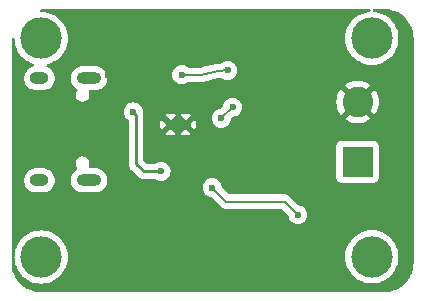
<source format=gbr>
%TF.GenerationSoftware,KiCad,Pcbnew,8.0.6*%
%TF.CreationDate,2024-12-14T19:22:35-05:00*%
%TF.ProjectId,dpx_pd_pooper,6470785f-7064-45f7-906f-6f7065722e6b,rev?*%
%TF.SameCoordinates,Original*%
%TF.FileFunction,Copper,L2,Bot*%
%TF.FilePolarity,Positive*%
%FSLAX46Y46*%
G04 Gerber Fmt 4.6, Leading zero omitted, Abs format (unit mm)*
G04 Created by KiCad (PCBNEW 8.0.6) date 2024-12-14 19:22:35*
%MOMM*%
%LPD*%
G01*
G04 APERTURE LIST*
%TA.AperFunction,HeatsinkPad*%
%ADD10C,0.810000*%
%TD*%
%TA.AperFunction,HeatsinkPad*%
%ADD11R,2.080000X0.810000*%
%TD*%
%TA.AperFunction,ConnectorPad*%
%ADD12C,3.500000*%
%TD*%
%TA.AperFunction,ComponentPad*%
%ADD13C,2.600000*%
%TD*%
%TA.AperFunction,ComponentPad*%
%ADD14R,2.600000X2.600000*%
%TD*%
%TA.AperFunction,ComponentPad*%
%ADD15O,2.100000X1.000000*%
%TD*%
%TA.AperFunction,ComponentPad*%
%ADD16O,1.600000X1.000000*%
%TD*%
%TA.AperFunction,ViaPad*%
%ADD17C,0.600000*%
%TD*%
%TA.AperFunction,Conductor*%
%ADD18C,0.200000*%
%TD*%
%TA.AperFunction,Conductor*%
%ADD19C,0.250000*%
%TD*%
G04 APERTURE END LIST*
D10*
%TO.P,U1,11,GND*%
%TO.N,GND*%
X55226200Y-65299300D03*
D11*
X54591200Y-65299300D03*
D10*
X53956200Y-65299300D03*
%TD*%
D12*
%TO.P,H4,1*%
%TO.N,N/C*%
X71000000Y-76490000D03*
D13*
X71050000Y-76490000D03*
%TD*%
D14*
%TO.P,J2,1,Pin_1*%
%TO.N,VBUS*%
X69800000Y-68450000D03*
D13*
%TO.P,J2,2,Pin_2*%
%TO.N,GND*%
X69800000Y-63370000D03*
%TD*%
D15*
%TO.P,USB1,13,SHIELD*%
%TO.N,Net-(USB1-SHIELD)*%
X47040000Y-61360000D03*
D16*
X42860000Y-61360000D03*
D15*
X47040000Y-70000000D03*
D16*
X42860000Y-70000000D03*
%TD*%
D13*
%TO.P,H3,1*%
%TO.N,N/C*%
X71000000Y-57990000D03*
D12*
X71000000Y-57990000D03*
%TD*%
D13*
%TO.P,H2,1*%
%TO.N,N/C*%
X43000000Y-76500000D03*
D12*
X43000000Y-76500000D03*
%TD*%
D13*
%TO.P,H1,1*%
%TO.N,N/C*%
X43000000Y-58000000D03*
D12*
X43000000Y-58000000D03*
%TD*%
D17*
%TO.N,GND*%
X48660000Y-58740000D03*
X48960000Y-71030000D03*
X48930000Y-72570000D03*
X60860000Y-67600000D03*
X48630000Y-61090000D03*
X48660000Y-59550000D03*
X62150000Y-67640000D03*
X48960000Y-70220000D03*
X48630000Y-60340000D03*
X48930000Y-71820000D03*
X59550000Y-67600000D03*
%TO.N,PG*%
X64740000Y-72940000D03*
X57480000Y-70630000D03*
%TO.N,CFG1*%
X58260000Y-64760000D03*
X59205000Y-63815000D03*
%TO.N,CFG3*%
X58790000Y-60710000D03*
X54900000Y-61070000D03*
%TO.N,CC1*%
X53150000Y-69260000D03*
X50800000Y-64220000D03*
%TD*%
D18*
%TO.N,PG*%
X58660000Y-71810000D02*
X63610000Y-71810000D01*
X57480000Y-70630000D02*
X58660000Y-71810000D01*
X63610000Y-71810000D02*
X64740000Y-72940000D01*
%TO.N,CFG1*%
X59205000Y-63815000D02*
X58260000Y-64760000D01*
%TO.N,CFG3*%
X58790000Y-60710000D02*
X57940000Y-60760000D01*
X56560000Y-61070000D02*
X54900000Y-61070000D01*
X57940000Y-60760000D02*
X56560000Y-61070000D01*
D19*
%TO.N,CC1*%
X51040000Y-68630000D02*
X51670000Y-69260000D01*
X51670000Y-69260000D02*
X53150000Y-69260000D01*
X51040000Y-64460000D02*
X51040000Y-68630000D01*
X50800000Y-64220000D02*
X51040000Y-64460000D01*
%TD*%
%TA.AperFunction,Conductor*%
%TO.N,GND*%
G36*
X70851993Y-55520185D02*
G01*
X70897748Y-55572989D01*
X70907692Y-55642147D01*
X70878667Y-55705703D01*
X70819889Y-55743477D01*
X70793064Y-55748234D01*
X70705636Y-55753964D01*
X70705624Y-55753965D01*
X70705620Y-55753966D01*
X70705612Y-55753967D01*
X70705609Y-55753968D01*
X70416283Y-55811518D01*
X70416269Y-55811521D01*
X70136919Y-55906349D01*
X69872334Y-56036828D01*
X69627041Y-56200728D01*
X69405241Y-56395241D01*
X69210728Y-56617041D01*
X69046828Y-56862334D01*
X68916349Y-57126919D01*
X68821521Y-57406269D01*
X68821518Y-57406283D01*
X68763968Y-57695609D01*
X68763964Y-57695636D01*
X68744671Y-57989992D01*
X68744671Y-57990007D01*
X68763964Y-58284363D01*
X68763965Y-58284373D01*
X68763966Y-58284380D01*
X68763968Y-58284390D01*
X68821518Y-58573716D01*
X68821521Y-58573730D01*
X68916349Y-58853080D01*
X69046825Y-59117660D01*
X69046829Y-59117667D01*
X69210725Y-59362955D01*
X69405241Y-59584758D01*
X69627044Y-59779274D01*
X69814361Y-59904435D01*
X69872335Y-59943172D01*
X70136923Y-60073652D01*
X70416278Y-60168481D01*
X70705620Y-60226034D01*
X70733888Y-60227886D01*
X70999993Y-60245329D01*
X71000000Y-60245329D01*
X71000007Y-60245329D01*
X71235675Y-60229881D01*
X71294380Y-60226034D01*
X71583722Y-60168481D01*
X71863077Y-60073652D01*
X72127665Y-59943172D01*
X72372957Y-59779273D01*
X72594758Y-59584758D01*
X72789273Y-59362957D01*
X72953172Y-59117665D01*
X73083652Y-58853077D01*
X73178481Y-58573722D01*
X73236034Y-58284380D01*
X73251110Y-58054367D01*
X73255329Y-57990007D01*
X73255329Y-57989992D01*
X73236035Y-57695636D01*
X73236034Y-57695620D01*
X73178481Y-57406278D01*
X73083652Y-57126923D01*
X72953172Y-56862336D01*
X72789273Y-56617043D01*
X72746655Y-56568447D01*
X72594758Y-56395241D01*
X72372955Y-56200725D01*
X72127667Y-56036829D01*
X72127660Y-56036825D01*
X71863080Y-55906349D01*
X71583730Y-55811521D01*
X71583724Y-55811519D01*
X71583722Y-55811519D01*
X71294380Y-55753966D01*
X71294373Y-55753965D01*
X71294363Y-55753964D01*
X71206936Y-55748234D01*
X71141327Y-55724207D01*
X71099124Y-55668524D01*
X71093725Y-55598863D01*
X71126845Y-55537342D01*
X71187968Y-55503493D01*
X71215046Y-55500500D01*
X71964108Y-55500500D01*
X72026249Y-55500500D01*
X72033736Y-55500726D01*
X72323796Y-55518271D01*
X72338657Y-55520075D01*
X72432876Y-55537342D01*
X72620798Y-55571780D01*
X72635335Y-55575363D01*
X72909172Y-55660695D01*
X72923163Y-55666000D01*
X73184743Y-55783727D01*
X73197989Y-55790680D01*
X73443465Y-55939075D01*
X73455776Y-55947573D01*
X73681573Y-56124473D01*
X73692781Y-56134403D01*
X73895596Y-56337218D01*
X73905526Y-56348426D01*
X74025481Y-56501538D01*
X74082422Y-56574217D01*
X74090928Y-56586540D01*
X74239316Y-56832004D01*
X74246275Y-56845263D01*
X74363997Y-57106831D01*
X74369306Y-57120832D01*
X74454635Y-57394663D01*
X74458219Y-57409201D01*
X74509923Y-57691340D01*
X74511728Y-57706205D01*
X74529274Y-57996263D01*
X74529500Y-58003750D01*
X74529500Y-76996249D01*
X74529274Y-77003736D01*
X74511728Y-77293794D01*
X74509923Y-77308659D01*
X74458219Y-77590798D01*
X74454635Y-77605336D01*
X74369306Y-77879167D01*
X74363997Y-77893168D01*
X74246275Y-78154736D01*
X74239316Y-78167995D01*
X74090928Y-78413459D01*
X74082422Y-78425782D01*
X73905526Y-78651573D01*
X73895596Y-78662781D01*
X73692781Y-78865596D01*
X73681573Y-78875526D01*
X73455782Y-79052422D01*
X73443459Y-79060928D01*
X73197995Y-79209316D01*
X73184736Y-79216275D01*
X72923168Y-79333997D01*
X72909167Y-79339306D01*
X72635336Y-79424635D01*
X72620798Y-79428219D01*
X72338659Y-79479923D01*
X72323794Y-79481728D01*
X72033736Y-79499274D01*
X72026249Y-79499500D01*
X43003751Y-79499500D01*
X42996264Y-79499274D01*
X42706205Y-79481728D01*
X42691340Y-79479923D01*
X42409201Y-79428219D01*
X42394663Y-79424635D01*
X42120832Y-79339306D01*
X42106831Y-79333997D01*
X41845263Y-79216275D01*
X41832004Y-79209316D01*
X41586540Y-79060928D01*
X41574217Y-79052422D01*
X41348426Y-78875526D01*
X41337218Y-78865596D01*
X41134403Y-78662781D01*
X41124473Y-78651573D01*
X41063424Y-78573650D01*
X40947573Y-78425776D01*
X40939075Y-78413465D01*
X40790680Y-78167989D01*
X40783727Y-78154743D01*
X40666000Y-77893163D01*
X40660693Y-77879167D01*
X40658757Y-77872955D01*
X40575363Y-77605335D01*
X40571780Y-77590798D01*
X40530049Y-77363080D01*
X40520075Y-77308657D01*
X40518271Y-77293794D01*
X40500726Y-77003736D01*
X40500500Y-76996249D01*
X40500500Y-76562477D01*
X40518104Y-76502524D01*
X40727399Y-76502524D01*
X40743477Y-76527542D01*
X40748234Y-76554367D01*
X40763964Y-76794363D01*
X40763965Y-76794373D01*
X40763966Y-76794380D01*
X40819531Y-77073730D01*
X40821518Y-77083716D01*
X40821521Y-77083730D01*
X40916349Y-77363080D01*
X41046825Y-77627660D01*
X41046829Y-77627667D01*
X41210725Y-77872955D01*
X41405241Y-78094758D01*
X41488752Y-78167995D01*
X41627043Y-78289273D01*
X41872335Y-78453172D01*
X42136923Y-78583652D01*
X42416278Y-78678481D01*
X42705620Y-78736034D01*
X42733888Y-78737886D01*
X42999993Y-78755329D01*
X43000000Y-78755329D01*
X43000007Y-78755329D01*
X43235675Y-78739881D01*
X43294380Y-78736034D01*
X43583722Y-78678481D01*
X43863077Y-78583652D01*
X44127665Y-78453172D01*
X44372957Y-78289273D01*
X44594758Y-78094758D01*
X44789273Y-77872957D01*
X44953172Y-77627665D01*
X45083652Y-77363077D01*
X45178481Y-77083722D01*
X45236034Y-76794380D01*
X45255329Y-76500000D01*
X45255329Y-76499992D01*
X45254674Y-76489992D01*
X68744671Y-76489992D01*
X68744671Y-76490007D01*
X68763964Y-76784363D01*
X68763965Y-76784373D01*
X68763966Y-76784380D01*
X68763968Y-76784390D01*
X68821518Y-77073716D01*
X68821521Y-77073730D01*
X68916349Y-77353080D01*
X69046825Y-77617660D01*
X69046829Y-77617667D01*
X69210725Y-77862955D01*
X69405241Y-78084758D01*
X69627044Y-78279274D01*
X69827866Y-78413459D01*
X69872335Y-78443172D01*
X70136923Y-78573652D01*
X70416278Y-78668481D01*
X70705620Y-78726034D01*
X70733888Y-78727886D01*
X70999993Y-78745329D01*
X71000000Y-78745329D01*
X71000007Y-78745329D01*
X71235675Y-78729881D01*
X71294380Y-78726034D01*
X71583722Y-78668481D01*
X71863077Y-78573652D01*
X72127665Y-78443172D01*
X72372957Y-78279273D01*
X72594758Y-78084758D01*
X72789273Y-77862957D01*
X72953172Y-77617665D01*
X73083652Y-77353077D01*
X73178481Y-77073722D01*
X73236034Y-76784380D01*
X73251110Y-76554367D01*
X73255329Y-76490007D01*
X73255329Y-76489992D01*
X73236035Y-76195636D01*
X73236034Y-76195620D01*
X73178481Y-75906278D01*
X73083652Y-75626923D01*
X72953172Y-75362336D01*
X72789273Y-75117043D01*
X72746655Y-75068447D01*
X72594758Y-74895241D01*
X72372955Y-74700725D01*
X72127667Y-74536829D01*
X72127660Y-74536825D01*
X71863080Y-74406349D01*
X71583730Y-74311521D01*
X71583724Y-74311519D01*
X71583722Y-74311519D01*
X71294380Y-74253966D01*
X71294373Y-74253965D01*
X71294363Y-74253964D01*
X71000007Y-74234671D01*
X70999993Y-74234671D01*
X70705636Y-74253964D01*
X70705624Y-74253965D01*
X70705620Y-74253966D01*
X70705612Y-74253967D01*
X70705609Y-74253968D01*
X70416283Y-74311518D01*
X70416269Y-74311521D01*
X70136919Y-74406349D01*
X69872334Y-74536828D01*
X69627041Y-74700728D01*
X69405241Y-74895241D01*
X69210728Y-75117041D01*
X69046828Y-75362334D01*
X68916349Y-75626919D01*
X68821521Y-75906269D01*
X68821518Y-75906283D01*
X68763968Y-76195609D01*
X68763964Y-76195636D01*
X68744671Y-76489992D01*
X45254674Y-76489992D01*
X45236035Y-76205636D01*
X45236034Y-76205620D01*
X45178481Y-75916278D01*
X45083652Y-75636923D01*
X44953172Y-75372336D01*
X44946490Y-75362336D01*
X44898042Y-75289829D01*
X44789273Y-75127043D01*
X44746655Y-75078447D01*
X44594758Y-74905241D01*
X44372955Y-74710725D01*
X44127667Y-74546829D01*
X44127660Y-74546825D01*
X43863080Y-74416349D01*
X43583730Y-74321521D01*
X43583724Y-74321519D01*
X43583722Y-74321519D01*
X43294380Y-74263966D01*
X43294373Y-74263965D01*
X43294363Y-74263964D01*
X43000007Y-74244671D01*
X42999993Y-74244671D01*
X42705636Y-74263964D01*
X42705624Y-74263965D01*
X42705620Y-74263966D01*
X42705612Y-74263967D01*
X42705609Y-74263968D01*
X42416283Y-74321518D01*
X42416269Y-74321521D01*
X42136919Y-74416349D01*
X41872334Y-74546828D01*
X41627041Y-74710728D01*
X41405241Y-74905241D01*
X41210728Y-75127041D01*
X41046828Y-75372334D01*
X40916349Y-75636919D01*
X40821521Y-75916269D01*
X40821518Y-75916283D01*
X40763968Y-76205609D01*
X40763964Y-76205636D01*
X40748234Y-76445632D01*
X40727399Y-76502524D01*
X40518104Y-76502524D01*
X40520185Y-76495438D01*
X40520445Y-76495212D01*
X40503493Y-76464600D01*
X40500500Y-76437522D01*
X40500500Y-70098543D01*
X41559499Y-70098543D01*
X41597947Y-70291829D01*
X41597950Y-70291839D01*
X41673364Y-70473907D01*
X41673371Y-70473920D01*
X41782860Y-70637781D01*
X41782863Y-70637785D01*
X41922214Y-70777136D01*
X41922218Y-70777139D01*
X42086079Y-70886628D01*
X42086092Y-70886635D01*
X42268160Y-70962049D01*
X42268165Y-70962051D01*
X42268169Y-70962051D01*
X42268170Y-70962052D01*
X42461456Y-71000500D01*
X42461459Y-71000500D01*
X43258543Y-71000500D01*
X43388582Y-70974632D01*
X43451835Y-70962051D01*
X43633914Y-70886632D01*
X43797782Y-70777139D01*
X43937139Y-70637782D01*
X44046632Y-70473914D01*
X44122051Y-70291835D01*
X44141553Y-70193793D01*
X44160500Y-70098543D01*
X45489499Y-70098543D01*
X45527947Y-70291829D01*
X45527950Y-70291839D01*
X45603364Y-70473907D01*
X45603371Y-70473920D01*
X45712860Y-70637781D01*
X45712863Y-70637785D01*
X45852214Y-70777136D01*
X45852218Y-70777139D01*
X46016079Y-70886628D01*
X46016092Y-70886635D01*
X46198160Y-70962049D01*
X46198165Y-70962051D01*
X46198169Y-70962051D01*
X46198170Y-70962052D01*
X46391456Y-71000500D01*
X46391459Y-71000500D01*
X47688543Y-71000500D01*
X47818582Y-70974632D01*
X47881835Y-70962051D01*
X48063914Y-70886632D01*
X48227782Y-70777139D01*
X48367139Y-70637782D01*
X48372341Y-70629996D01*
X56674435Y-70629996D01*
X56674435Y-70630003D01*
X56694630Y-70809249D01*
X56694631Y-70809254D01*
X56754211Y-70979523D01*
X56767392Y-71000500D01*
X56850184Y-71132262D01*
X56977738Y-71259816D01*
X57130478Y-71355789D01*
X57300745Y-71415368D01*
X57387669Y-71425161D01*
X57452080Y-71452226D01*
X57461465Y-71460700D01*
X58175139Y-72174374D01*
X58175149Y-72174385D01*
X58179479Y-72178715D01*
X58179480Y-72178716D01*
X58291284Y-72290520D01*
X58378095Y-72340639D01*
X58378097Y-72340641D01*
X58416151Y-72362611D01*
X58428215Y-72369577D01*
X58580943Y-72410501D01*
X58580946Y-72410501D01*
X58746653Y-72410501D01*
X58746669Y-72410500D01*
X63309903Y-72410500D01*
X63376942Y-72430185D01*
X63397584Y-72446819D01*
X63909298Y-72958533D01*
X63942783Y-73019856D01*
X63944837Y-73032330D01*
X63954630Y-73119249D01*
X64014210Y-73289521D01*
X64110184Y-73442262D01*
X64237738Y-73569816D01*
X64390478Y-73665789D01*
X64560745Y-73725368D01*
X64560750Y-73725369D01*
X64739996Y-73745565D01*
X64740000Y-73745565D01*
X64740004Y-73745565D01*
X64919249Y-73725369D01*
X64919252Y-73725368D01*
X64919255Y-73725368D01*
X65089522Y-73665789D01*
X65242262Y-73569816D01*
X65369816Y-73442262D01*
X65465789Y-73289522D01*
X65525368Y-73119255D01*
X65535162Y-73032330D01*
X65545565Y-72940003D01*
X65545565Y-72939996D01*
X65525369Y-72760750D01*
X65525368Y-72760745D01*
X65465788Y-72590476D01*
X65369815Y-72437737D01*
X65242262Y-72310184D01*
X65089521Y-72214210D01*
X64919249Y-72154630D01*
X64832330Y-72144837D01*
X64767916Y-72117770D01*
X64758533Y-72109298D01*
X64097590Y-71448355D01*
X64097588Y-71448352D01*
X63978717Y-71329481D01*
X63978716Y-71329480D01*
X63891904Y-71279360D01*
X63891904Y-71279359D01*
X63891900Y-71279358D01*
X63841785Y-71250423D01*
X63689057Y-71209499D01*
X63530943Y-71209499D01*
X63523347Y-71209499D01*
X63523331Y-71209500D01*
X58960097Y-71209500D01*
X58893058Y-71189815D01*
X58872416Y-71173181D01*
X58310700Y-70611465D01*
X58277215Y-70550142D01*
X58275163Y-70537686D01*
X58265368Y-70450745D01*
X58205789Y-70280478D01*
X58109816Y-70127738D01*
X57982262Y-70000184D01*
X57959351Y-69985788D01*
X57829523Y-69904211D01*
X57659254Y-69844631D01*
X57659249Y-69844630D01*
X57480004Y-69824435D01*
X57479996Y-69824435D01*
X57300750Y-69844630D01*
X57300745Y-69844631D01*
X57130476Y-69904211D01*
X56977737Y-70000184D01*
X56850184Y-70127737D01*
X56754211Y-70280476D01*
X56694631Y-70450745D01*
X56694630Y-70450750D01*
X56674435Y-70629996D01*
X48372341Y-70629996D01*
X48476632Y-70473914D01*
X48552051Y-70291835D01*
X48571553Y-70193793D01*
X48590500Y-70098543D01*
X48590500Y-69901456D01*
X48552052Y-69708170D01*
X48552051Y-69708169D01*
X48552051Y-69708165D01*
X48552049Y-69708160D01*
X48476635Y-69526092D01*
X48476628Y-69526079D01*
X48367139Y-69362218D01*
X48367136Y-69362214D01*
X48227785Y-69222863D01*
X48227781Y-69222860D01*
X48063920Y-69113371D01*
X48063907Y-69113364D01*
X47881839Y-69037950D01*
X47881829Y-69037947D01*
X47688543Y-68999500D01*
X47688541Y-68999500D01*
X47141333Y-68999500D01*
X47074294Y-68979815D01*
X47028539Y-68927011D01*
X47018595Y-68857853D01*
X47033947Y-68813499D01*
X47046278Y-68792140D01*
X47046277Y-68792140D01*
X47046281Y-68792135D01*
X47085500Y-68645766D01*
X47085500Y-68494234D01*
X47046281Y-68347865D01*
X47045149Y-68345905D01*
X47036129Y-68330281D01*
X46970515Y-68216635D01*
X46863365Y-68109485D01*
X46797750Y-68071602D01*
X46732136Y-68033719D01*
X46658950Y-68014109D01*
X46585766Y-67994500D01*
X46434234Y-67994500D01*
X46287863Y-68033719D01*
X46156635Y-68109485D01*
X46156632Y-68109487D01*
X46049487Y-68216632D01*
X46049485Y-68216635D01*
X45973719Y-68347863D01*
X45934500Y-68494234D01*
X45934500Y-68645765D01*
X45973719Y-68792136D01*
X46011602Y-68857750D01*
X46049485Y-68923365D01*
X46049488Y-68923368D01*
X46054188Y-68929493D01*
X46079383Y-68994662D01*
X46065346Y-69063107D01*
X46020510Y-69109023D01*
X46021151Y-69109983D01*
X46016612Y-69113015D01*
X46016533Y-69113097D01*
X46016296Y-69113226D01*
X45852218Y-69222860D01*
X45852214Y-69222863D01*
X45712863Y-69362214D01*
X45712860Y-69362218D01*
X45603371Y-69526079D01*
X45603364Y-69526092D01*
X45527950Y-69708160D01*
X45527947Y-69708170D01*
X45489500Y-69901456D01*
X45489500Y-69901459D01*
X45489500Y-70098541D01*
X45489500Y-70098543D01*
X45489499Y-70098543D01*
X44160500Y-70098543D01*
X44160500Y-69901456D01*
X44122052Y-69708170D01*
X44122051Y-69708169D01*
X44122051Y-69708165D01*
X44122049Y-69708160D01*
X44046635Y-69526092D01*
X44046628Y-69526079D01*
X43937139Y-69362218D01*
X43937136Y-69362214D01*
X43797785Y-69222863D01*
X43797781Y-69222860D01*
X43633920Y-69113371D01*
X43633907Y-69113364D01*
X43451839Y-69037950D01*
X43451829Y-69037947D01*
X43258543Y-68999500D01*
X43258541Y-68999500D01*
X42461459Y-68999500D01*
X42461457Y-68999500D01*
X42268170Y-69037947D01*
X42268160Y-69037950D01*
X42086092Y-69113364D01*
X42086079Y-69113371D01*
X41922218Y-69222860D01*
X41922214Y-69222863D01*
X41782863Y-69362214D01*
X41782860Y-69362218D01*
X41673371Y-69526079D01*
X41673364Y-69526092D01*
X41597950Y-69708160D01*
X41597947Y-69708170D01*
X41559500Y-69901456D01*
X41559500Y-69901459D01*
X41559500Y-70098541D01*
X41559500Y-70098543D01*
X41559499Y-70098543D01*
X40500500Y-70098543D01*
X40500500Y-64219996D01*
X49994435Y-64219996D01*
X49994435Y-64220003D01*
X50014630Y-64399249D01*
X50014631Y-64399254D01*
X50074211Y-64569523D01*
X50122077Y-64645700D01*
X50170184Y-64722262D01*
X50297738Y-64849816D01*
X50315437Y-64860937D01*
X50356471Y-64886720D01*
X50402763Y-64939054D01*
X50414500Y-64991714D01*
X50414500Y-68691610D01*
X50438535Y-68812444D01*
X50438538Y-68812454D01*
X50452347Y-68845792D01*
X50452347Y-68845793D01*
X50485685Y-68926281D01*
X50485688Y-68926286D01*
X50510696Y-68963712D01*
X50510697Y-68963715D01*
X50510698Y-68963715D01*
X50554140Y-69028731D01*
X50554141Y-69028732D01*
X50554142Y-69028733D01*
X50641267Y-69115858D01*
X50641268Y-69115858D01*
X50648335Y-69122925D01*
X50648334Y-69122925D01*
X50648338Y-69122928D01*
X51271263Y-69745855D01*
X51271267Y-69745858D01*
X51373710Y-69814309D01*
X51373711Y-69814309D01*
X51373715Y-69814312D01*
X51440396Y-69841931D01*
X51440398Y-69841933D01*
X51487543Y-69861461D01*
X51487548Y-69861463D01*
X51507597Y-69865451D01*
X51541196Y-69872134D01*
X51608392Y-69885501D01*
X51608394Y-69885501D01*
X51737721Y-69885501D01*
X51737741Y-69885500D01*
X52605145Y-69885500D01*
X52671116Y-69904505D01*
X52800478Y-69985789D01*
X52841617Y-70000184D01*
X52970745Y-70045368D01*
X52970750Y-70045369D01*
X53149996Y-70065565D01*
X53150000Y-70065565D01*
X53150004Y-70065565D01*
X53329249Y-70045369D01*
X53329252Y-70045368D01*
X53329255Y-70045368D01*
X53499522Y-69985789D01*
X53652262Y-69889816D01*
X53779816Y-69762262D01*
X53875789Y-69609522D01*
X53935368Y-69439255D01*
X53944048Y-69362218D01*
X53955565Y-69260003D01*
X53955565Y-69259996D01*
X53935369Y-69080750D01*
X53935368Y-69080745D01*
X53917168Y-69028733D01*
X53875789Y-68910478D01*
X53842722Y-68857853D01*
X53801430Y-68792137D01*
X53779816Y-68757738D01*
X53652262Y-68630184D01*
X53628883Y-68615494D01*
X53499523Y-68534211D01*
X53329254Y-68474631D01*
X53329249Y-68474630D01*
X53150004Y-68454435D01*
X53149996Y-68454435D01*
X52970750Y-68474630D01*
X52970745Y-68474631D01*
X52800476Y-68534211D01*
X52671117Y-68615494D01*
X52605145Y-68634500D01*
X51980453Y-68634500D01*
X51913414Y-68614815D01*
X51892772Y-68598181D01*
X51701819Y-68407228D01*
X51668334Y-68345905D01*
X51665500Y-68319547D01*
X51665500Y-67102135D01*
X67999500Y-67102135D01*
X67999500Y-69797870D01*
X67999501Y-69797876D01*
X68005908Y-69857483D01*
X68056202Y-69992328D01*
X68056206Y-69992335D01*
X68142452Y-70107544D01*
X68142455Y-70107547D01*
X68257664Y-70193793D01*
X68257671Y-70193797D01*
X68392517Y-70244091D01*
X68392516Y-70244091D01*
X68399444Y-70244835D01*
X68452127Y-70250500D01*
X71147872Y-70250499D01*
X71207483Y-70244091D01*
X71342331Y-70193796D01*
X71457546Y-70107546D01*
X71543796Y-69992331D01*
X71594091Y-69857483D01*
X71600500Y-69797873D01*
X71600499Y-67102128D01*
X71594091Y-67042517D01*
X71543796Y-66907669D01*
X71543795Y-66907668D01*
X71543793Y-66907664D01*
X71457547Y-66792455D01*
X71457544Y-66792452D01*
X71342335Y-66706206D01*
X71342328Y-66706202D01*
X71207482Y-66655908D01*
X71207483Y-66655908D01*
X71147883Y-66649501D01*
X71147881Y-66649500D01*
X71147873Y-66649500D01*
X71147864Y-66649500D01*
X68452129Y-66649500D01*
X68452123Y-66649501D01*
X68392516Y-66655908D01*
X68257671Y-66706202D01*
X68257664Y-66706206D01*
X68142455Y-66792452D01*
X68142452Y-66792455D01*
X68056206Y-66907664D01*
X68056202Y-66907671D01*
X68005908Y-67042517D01*
X67999501Y-67102116D01*
X67999501Y-67102123D01*
X67999500Y-67102135D01*
X51665500Y-67102135D01*
X51665500Y-66093676D01*
X53515375Y-66093676D01*
X53515375Y-66093677D01*
X53674994Y-66164745D01*
X53674999Y-66164747D01*
X53861081Y-66204300D01*
X54051319Y-66204300D01*
X54237400Y-66164747D01*
X54237405Y-66164745D01*
X54397023Y-66093677D01*
X54397023Y-66093676D01*
X54785375Y-66093676D01*
X54785375Y-66093677D01*
X54944994Y-66164745D01*
X54944999Y-66164747D01*
X55131081Y-66204300D01*
X55321319Y-66204300D01*
X55507400Y-66164747D01*
X55507405Y-66164745D01*
X55667023Y-66093677D01*
X55667023Y-66093676D01*
X55226201Y-65652853D01*
X55226200Y-65652853D01*
X54785375Y-66093676D01*
X54397023Y-66093676D01*
X53956201Y-65652853D01*
X53956200Y-65652853D01*
X53515375Y-66093676D01*
X51665500Y-66093676D01*
X51665500Y-65299300D01*
X53046215Y-65299300D01*
X53066101Y-65488500D01*
X53124887Y-65669425D01*
X53164283Y-65737661D01*
X53164284Y-65737661D01*
X53602647Y-65299300D01*
X53551924Y-65248577D01*
X53701200Y-65248577D01*
X53701200Y-65350023D01*
X53740021Y-65443746D01*
X53811754Y-65515479D01*
X53905477Y-65554300D01*
X54006923Y-65554300D01*
X54100646Y-65515479D01*
X54172379Y-65443746D01*
X54211200Y-65350023D01*
X54211200Y-65299300D01*
X54309753Y-65299300D01*
X54591200Y-65580747D01*
X54872647Y-65299300D01*
X54821924Y-65248577D01*
X54971200Y-65248577D01*
X54971200Y-65350023D01*
X55010021Y-65443746D01*
X55081754Y-65515479D01*
X55175477Y-65554300D01*
X55276923Y-65554300D01*
X55370646Y-65515479D01*
X55442379Y-65443746D01*
X55481200Y-65350023D01*
X55481200Y-65299299D01*
X55579753Y-65299299D01*
X55579753Y-65299301D01*
X56018114Y-65737662D01*
X56057514Y-65669421D01*
X56116298Y-65488500D01*
X56136184Y-65299300D01*
X56116298Y-65110099D01*
X56057515Y-64929181D01*
X56057512Y-64929175D01*
X56018114Y-64860936D01*
X55579753Y-65299299D01*
X55481200Y-65299299D01*
X55481200Y-65248577D01*
X55442379Y-65154854D01*
X55370646Y-65083121D01*
X55276923Y-65044300D01*
X55175477Y-65044300D01*
X55081754Y-65083121D01*
X55010021Y-65154854D01*
X54971200Y-65248577D01*
X54821924Y-65248577D01*
X54591200Y-65017853D01*
X54309753Y-65299300D01*
X54211200Y-65299300D01*
X54211200Y-65248577D01*
X54172379Y-65154854D01*
X54100646Y-65083121D01*
X54006923Y-65044300D01*
X53905477Y-65044300D01*
X53811754Y-65083121D01*
X53740021Y-65154854D01*
X53701200Y-65248577D01*
X53551924Y-65248577D01*
X53164284Y-64860937D01*
X53124886Y-64929177D01*
X53066101Y-65110099D01*
X53046215Y-65299300D01*
X51665500Y-65299300D01*
X51665500Y-64504922D01*
X53515374Y-64504922D01*
X53956200Y-64945747D01*
X53956201Y-64945747D01*
X54397024Y-64504922D01*
X54785374Y-64504922D01*
X55226200Y-64945747D01*
X55226201Y-64945747D01*
X55411951Y-64759996D01*
X57454435Y-64759996D01*
X57454435Y-64760003D01*
X57474630Y-64939249D01*
X57474631Y-64939254D01*
X57534211Y-65109523D01*
X57546946Y-65129790D01*
X57630184Y-65262262D01*
X57757738Y-65389816D01*
X57910478Y-65485789D01*
X58080745Y-65545368D01*
X58080750Y-65545369D01*
X58259996Y-65565565D01*
X58260000Y-65565565D01*
X58260004Y-65565565D01*
X58439249Y-65545369D01*
X58439252Y-65545368D01*
X58439255Y-65545368D01*
X58609522Y-65485789D01*
X58762262Y-65389816D01*
X58889816Y-65262262D01*
X58985789Y-65109522D01*
X59045368Y-64939255D01*
X59055161Y-64852329D01*
X59082226Y-64787918D01*
X59090690Y-64778543D01*
X59223535Y-64645698D01*
X59284856Y-64612215D01*
X59297311Y-64610163D01*
X59384255Y-64600368D01*
X59554522Y-64540789D01*
X59707262Y-64444816D01*
X59834816Y-64317262D01*
X59930789Y-64164522D01*
X59990368Y-63994255D01*
X59992579Y-63974632D01*
X60010565Y-63815003D01*
X60010565Y-63814996D01*
X59990369Y-63635750D01*
X59990368Y-63635745D01*
X59930789Y-63465478D01*
X59870793Y-63369995D01*
X67994953Y-63369995D01*
X67994953Y-63370004D01*
X68015113Y-63639026D01*
X68015113Y-63639028D01*
X68075142Y-63902033D01*
X68075148Y-63902052D01*
X68173709Y-64153181D01*
X68173708Y-64153181D01*
X68308602Y-64386822D01*
X68362294Y-64454151D01*
X68362295Y-64454151D01*
X69198958Y-63617488D01*
X69223978Y-63677890D01*
X69295112Y-63784351D01*
X69385649Y-63874888D01*
X69492110Y-63946022D01*
X69552510Y-63971041D01*
X68714848Y-64808702D01*
X68897483Y-64933220D01*
X68897485Y-64933221D01*
X69140539Y-65050269D01*
X69140537Y-65050269D01*
X69398337Y-65129790D01*
X69398343Y-65129792D01*
X69665101Y-65169999D01*
X69665110Y-65170000D01*
X69934890Y-65170000D01*
X69934898Y-65169999D01*
X70201656Y-65129792D01*
X70201662Y-65129790D01*
X70459461Y-65050269D01*
X70702521Y-64933218D01*
X70885150Y-64808702D01*
X70047488Y-63971041D01*
X70107890Y-63946022D01*
X70214351Y-63874888D01*
X70304888Y-63784351D01*
X70376022Y-63677890D01*
X70401041Y-63617489D01*
X71237703Y-64454151D01*
X71237704Y-64454150D01*
X71291393Y-64386828D01*
X71291400Y-64386817D01*
X71426290Y-64153181D01*
X71524851Y-63902052D01*
X71524857Y-63902033D01*
X71584886Y-63639028D01*
X71584886Y-63639026D01*
X71605047Y-63370004D01*
X71605047Y-63369995D01*
X71584886Y-63100973D01*
X71584886Y-63100971D01*
X71524857Y-62837966D01*
X71524851Y-62837947D01*
X71426290Y-62586818D01*
X71426291Y-62586818D01*
X71291397Y-62353177D01*
X71237704Y-62285847D01*
X70401041Y-63122510D01*
X70376022Y-63062110D01*
X70304888Y-62955649D01*
X70214351Y-62865112D01*
X70107890Y-62793978D01*
X70047488Y-62768958D01*
X70885150Y-61931296D01*
X70702517Y-61806779D01*
X70702516Y-61806778D01*
X70459460Y-61689730D01*
X70459462Y-61689730D01*
X70201662Y-61610209D01*
X70201656Y-61610207D01*
X69934898Y-61570000D01*
X69665101Y-61570000D01*
X69398343Y-61610207D01*
X69398337Y-61610209D01*
X69140538Y-61689730D01*
X68897485Y-61806778D01*
X68897476Y-61806783D01*
X68714848Y-61931296D01*
X69552511Y-62768958D01*
X69492110Y-62793978D01*
X69385649Y-62865112D01*
X69295112Y-62955649D01*
X69223978Y-63062110D01*
X69198958Y-63122511D01*
X68362295Y-62285848D01*
X68308600Y-62353180D01*
X68173709Y-62586818D01*
X68075148Y-62837947D01*
X68075142Y-62837966D01*
X68015113Y-63100971D01*
X68015113Y-63100973D01*
X67994953Y-63369995D01*
X59870793Y-63369995D01*
X59834816Y-63312738D01*
X59707262Y-63185184D01*
X59554523Y-63089211D01*
X59384254Y-63029631D01*
X59384249Y-63029630D01*
X59205004Y-63009435D01*
X59204996Y-63009435D01*
X59025750Y-63029630D01*
X59025745Y-63029631D01*
X58855476Y-63089211D01*
X58702737Y-63185184D01*
X58575184Y-63312737D01*
X58479210Y-63465478D01*
X58419630Y-63635750D01*
X58409837Y-63722668D01*
X58382770Y-63787082D01*
X58374298Y-63796465D01*
X58241465Y-63929298D01*
X58180142Y-63962783D01*
X58167668Y-63964837D01*
X58080750Y-63974630D01*
X57910478Y-64034210D01*
X57757737Y-64130184D01*
X57630184Y-64257737D01*
X57534211Y-64410476D01*
X57474631Y-64580745D01*
X57474630Y-64580750D01*
X57454435Y-64759996D01*
X55411951Y-64759996D01*
X55667024Y-64504922D01*
X55667023Y-64504921D01*
X55507405Y-64433854D01*
X55507400Y-64433852D01*
X55321319Y-64394300D01*
X55131081Y-64394300D01*
X54944999Y-64433852D01*
X54785374Y-64504922D01*
X54397024Y-64504922D01*
X54397023Y-64504921D01*
X54237405Y-64433854D01*
X54237400Y-64433852D01*
X54051319Y-64394300D01*
X53861081Y-64394300D01*
X53674999Y-64433852D01*
X53515374Y-64504922D01*
X51665500Y-64504922D01*
X51665500Y-64398393D01*
X51661208Y-64376819D01*
X51661207Y-64376815D01*
X51641463Y-64277549D01*
X51617922Y-64220717D01*
X51607755Y-64196172D01*
X51599098Y-64162606D01*
X51585369Y-64040750D01*
X51585368Y-64040745D01*
X51536837Y-63902052D01*
X51525789Y-63870478D01*
X51429816Y-63717738D01*
X51302262Y-63590184D01*
X51253585Y-63559598D01*
X51149523Y-63494211D01*
X50979254Y-63434631D01*
X50979249Y-63434630D01*
X50800004Y-63414435D01*
X50799996Y-63414435D01*
X50620750Y-63434630D01*
X50620745Y-63434631D01*
X50450476Y-63494211D01*
X50297737Y-63590184D01*
X50170184Y-63717737D01*
X50074211Y-63870476D01*
X50014631Y-64040745D01*
X50014630Y-64040750D01*
X49994435Y-64219996D01*
X40500500Y-64219996D01*
X40500500Y-58062477D01*
X40520185Y-57995438D01*
X40572989Y-57949683D01*
X40642147Y-57939739D01*
X40705703Y-57968764D01*
X40743477Y-58027542D01*
X40748234Y-58054367D01*
X40763964Y-58294363D01*
X40763965Y-58294373D01*
X40763966Y-58294380D01*
X40819531Y-58573730D01*
X40821518Y-58583716D01*
X40821521Y-58583730D01*
X40916349Y-58863080D01*
X41046825Y-59127660D01*
X41046829Y-59127667D01*
X41210725Y-59372955D01*
X41405241Y-59594758D01*
X41615640Y-59779273D01*
X41627043Y-59789273D01*
X41872335Y-59953172D01*
X42136923Y-60083652D01*
X42307693Y-60141621D01*
X42330995Y-60149531D01*
X42388149Y-60189720D01*
X42414502Y-60254429D01*
X42401688Y-60323114D01*
X42353774Y-60373967D01*
X42315328Y-60388567D01*
X42268170Y-60397947D01*
X42268160Y-60397950D01*
X42086092Y-60473364D01*
X42086079Y-60473371D01*
X41922218Y-60582860D01*
X41922214Y-60582863D01*
X41782863Y-60722214D01*
X41782860Y-60722218D01*
X41673371Y-60886079D01*
X41673364Y-60886092D01*
X41597950Y-61068160D01*
X41597947Y-61068170D01*
X41559500Y-61261456D01*
X41559500Y-61261459D01*
X41559500Y-61458541D01*
X41559500Y-61458543D01*
X41559499Y-61458543D01*
X41597947Y-61651829D01*
X41597950Y-61651839D01*
X41673364Y-61833907D01*
X41673371Y-61833920D01*
X41782860Y-61997781D01*
X41782863Y-61997785D01*
X41922214Y-62137136D01*
X41922218Y-62137139D01*
X42086079Y-62246628D01*
X42086092Y-62246635D01*
X42251480Y-62315140D01*
X42268165Y-62322051D01*
X42268169Y-62322051D01*
X42268170Y-62322052D01*
X42461456Y-62360500D01*
X42461459Y-62360500D01*
X43258543Y-62360500D01*
X43414462Y-62329485D01*
X43451835Y-62322051D01*
X43633914Y-62246632D01*
X43797782Y-62137139D01*
X43937139Y-61997782D01*
X44046632Y-61833914D01*
X44122051Y-61651835D01*
X44149157Y-61515565D01*
X44160500Y-61458543D01*
X45489499Y-61458543D01*
X45527947Y-61651829D01*
X45527950Y-61651839D01*
X45603364Y-61833907D01*
X45603371Y-61833920D01*
X45712860Y-61997781D01*
X45712863Y-61997785D01*
X45852214Y-62137136D01*
X45852218Y-62137139D01*
X46021151Y-62250017D01*
X46020180Y-62251470D01*
X46064109Y-62294619D01*
X46079571Y-62362757D01*
X46055741Y-62428437D01*
X46054190Y-62430502D01*
X46049489Y-62436627D01*
X45973719Y-62567863D01*
X45934500Y-62714234D01*
X45934500Y-62865765D01*
X45973719Y-63012136D01*
X45983820Y-63029631D01*
X46049485Y-63143365D01*
X46156635Y-63250515D01*
X46287865Y-63326281D01*
X46434234Y-63365500D01*
X46434236Y-63365500D01*
X46585764Y-63365500D01*
X46585766Y-63365500D01*
X46732135Y-63326281D01*
X46863365Y-63250515D01*
X46970515Y-63143365D01*
X47046281Y-63012135D01*
X47085500Y-62865766D01*
X47085500Y-62714234D01*
X47046281Y-62567865D01*
X47046278Y-62567859D01*
X47033947Y-62546501D01*
X47017473Y-62478602D01*
X47040325Y-62412574D01*
X47095245Y-62369383D01*
X47141333Y-62360500D01*
X47688543Y-62360500D01*
X47844462Y-62329485D01*
X47881835Y-62322051D01*
X48063914Y-62246632D01*
X48227782Y-62137139D01*
X48367139Y-61997782D01*
X48476632Y-61833914D01*
X48552051Y-61651835D01*
X48579157Y-61515565D01*
X48590500Y-61458543D01*
X48590500Y-61261456D01*
X48552415Y-61069996D01*
X54094435Y-61069996D01*
X54094435Y-61070003D01*
X54114630Y-61249249D01*
X54114631Y-61249254D01*
X54174211Y-61419523D01*
X54221868Y-61495368D01*
X54270184Y-61572262D01*
X54397738Y-61699816D01*
X54550478Y-61795789D01*
X54659413Y-61833907D01*
X54720745Y-61855368D01*
X54720750Y-61855369D01*
X54899996Y-61875565D01*
X54900000Y-61875565D01*
X54900004Y-61875565D01*
X55079249Y-61855369D01*
X55079252Y-61855368D01*
X55079255Y-61855368D01*
X55249522Y-61795789D01*
X55402262Y-61699816D01*
X55402267Y-61699810D01*
X55405097Y-61697555D01*
X55407275Y-61696665D01*
X55408158Y-61696111D01*
X55408255Y-61696265D01*
X55469783Y-61671145D01*
X55482412Y-61670500D01*
X56545203Y-61670500D01*
X56550263Y-61670603D01*
X56551692Y-61670661D01*
X56614480Y-61673226D01*
X56614484Y-61673225D01*
X56621569Y-61672585D01*
X56632017Y-61671426D01*
X56639051Y-61670500D01*
X56639057Y-61670500D01*
X56701206Y-61653846D01*
X56706014Y-61652663D01*
X58014159Y-61358805D01*
X58034049Y-61356005D01*
X58249946Y-61343305D01*
X58318024Y-61359019D01*
X58323198Y-61362097D01*
X58440478Y-61435789D01*
X58610745Y-61495368D01*
X58610750Y-61495369D01*
X58789996Y-61515565D01*
X58790000Y-61515565D01*
X58790004Y-61515565D01*
X58969249Y-61495369D01*
X58969252Y-61495368D01*
X58969255Y-61495368D01*
X59139522Y-61435789D01*
X59292262Y-61339816D01*
X59419816Y-61212262D01*
X59515789Y-61059522D01*
X59575368Y-60889255D01*
X59575369Y-60889249D01*
X59595565Y-60710003D01*
X59595565Y-60709996D01*
X59575369Y-60530750D01*
X59575368Y-60530745D01*
X59555290Y-60473366D01*
X59515789Y-60360478D01*
X59515174Y-60359500D01*
X59443436Y-60245329D01*
X59419816Y-60207738D01*
X59292262Y-60080184D01*
X59281863Y-60073650D01*
X59139523Y-59984211D01*
X58969254Y-59924631D01*
X58969249Y-59924630D01*
X58790004Y-59904435D01*
X58789996Y-59904435D01*
X58610750Y-59924630D01*
X58610745Y-59924631D01*
X58440476Y-59984211D01*
X58287736Y-60080184D01*
X58259635Y-60108286D01*
X58198311Y-60141770D01*
X58179237Y-60144389D01*
X57940779Y-60158416D01*
X57928438Y-60158527D01*
X57885519Y-60156774D01*
X57885518Y-60156774D01*
X57885515Y-60156774D01*
X57865837Y-60161194D01*
X57845952Y-60163993D01*
X57837885Y-60164468D01*
X57825815Y-60165179D01*
X57785048Y-60178713D01*
X57773159Y-60182013D01*
X56623885Y-60440184D01*
X56613820Y-60442445D01*
X56506803Y-60466485D01*
X56479625Y-60469500D01*
X55482412Y-60469500D01*
X55415373Y-60449815D01*
X55405097Y-60442445D01*
X55402263Y-60440185D01*
X55402262Y-60440184D01*
X55335047Y-60397950D01*
X55249523Y-60344211D01*
X55079254Y-60284631D01*
X55079249Y-60284630D01*
X54900004Y-60264435D01*
X54899996Y-60264435D01*
X54720750Y-60284630D01*
X54720745Y-60284631D01*
X54550476Y-60344211D01*
X54397737Y-60440184D01*
X54270184Y-60567737D01*
X54174211Y-60720476D01*
X54114631Y-60890745D01*
X54114630Y-60890750D01*
X54094435Y-61069996D01*
X48552415Y-61069996D01*
X48552052Y-61068170D01*
X48552051Y-61068169D01*
X48552051Y-61068165D01*
X48477945Y-60889255D01*
X48476635Y-60886092D01*
X48476628Y-60886079D01*
X48367139Y-60722218D01*
X48367136Y-60722214D01*
X48227785Y-60582863D01*
X48227781Y-60582860D01*
X48063920Y-60473371D01*
X48063907Y-60473364D01*
X47881839Y-60397950D01*
X47881829Y-60397947D01*
X47688543Y-60359500D01*
X47688541Y-60359500D01*
X46391459Y-60359500D01*
X46391457Y-60359500D01*
X46198170Y-60397947D01*
X46198160Y-60397950D01*
X46016092Y-60473364D01*
X46016079Y-60473371D01*
X45852218Y-60582860D01*
X45852214Y-60582863D01*
X45712863Y-60722214D01*
X45712860Y-60722218D01*
X45603371Y-60886079D01*
X45603364Y-60886092D01*
X45527950Y-61068160D01*
X45527947Y-61068170D01*
X45489500Y-61261456D01*
X45489500Y-61261459D01*
X45489500Y-61458541D01*
X45489500Y-61458543D01*
X45489499Y-61458543D01*
X44160500Y-61458543D01*
X44160500Y-61261456D01*
X44122052Y-61068170D01*
X44122051Y-61068169D01*
X44122051Y-61068165D01*
X44047945Y-60889255D01*
X44046635Y-60886092D01*
X44046628Y-60886079D01*
X43937139Y-60722218D01*
X43937136Y-60722214D01*
X43797785Y-60582863D01*
X43797781Y-60582860D01*
X43633920Y-60473371D01*
X43633910Y-60473366D01*
X43514329Y-60423834D01*
X43459926Y-60379993D01*
X43437861Y-60313699D01*
X43455140Y-60245999D01*
X43506278Y-60198389D01*
X43537582Y-60187658D01*
X43583722Y-60178481D01*
X43863077Y-60083652D01*
X44127665Y-59953172D01*
X44372957Y-59789273D01*
X44594758Y-59594758D01*
X44789273Y-59372957D01*
X44953172Y-59127665D01*
X45083652Y-58863077D01*
X45178481Y-58583722D01*
X45236034Y-58294380D01*
X45253524Y-58027542D01*
X45255329Y-58000007D01*
X45255329Y-57999992D01*
X45236035Y-57705636D01*
X45236034Y-57705620D01*
X45178481Y-57416278D01*
X45083652Y-57136923D01*
X44953172Y-56872336D01*
X44946490Y-56862336D01*
X44898042Y-56789829D01*
X44789273Y-56627043D01*
X44679208Y-56501538D01*
X44594758Y-56405241D01*
X44372955Y-56210725D01*
X44127667Y-56046829D01*
X44127660Y-56046825D01*
X43863080Y-55916349D01*
X43583730Y-55821521D01*
X43583724Y-55821519D01*
X43583722Y-55821519D01*
X43294380Y-55763966D01*
X43294373Y-55763965D01*
X43294363Y-55763964D01*
X43054367Y-55748234D01*
X42988758Y-55724207D01*
X42946555Y-55668524D01*
X42941156Y-55598863D01*
X42974276Y-55537342D01*
X43035399Y-55503493D01*
X43062477Y-55500500D01*
X43065892Y-55500500D01*
X70784954Y-55500500D01*
X70851993Y-55520185D01*
G37*
%TD.AperFunction*%
%TD*%
M02*

</source>
